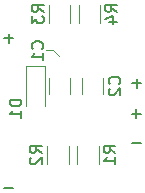
<source format=gbr>
%TF.GenerationSoftware,KiCad,Pcbnew,(5.1.8)-1*%
%TF.CreationDate,2021-01-16T14:03:11-05:00*%
%TF.ProjectId,electronics-li-ion-charger,656c6563-7472-46f6-9e69-63732d6c692d,rev?*%
%TF.SameCoordinates,Original*%
%TF.FileFunction,Legend,Bot*%
%TF.FilePolarity,Positive*%
%FSLAX46Y46*%
G04 Gerber Fmt 4.6, Leading zero omitted, Abs format (unit mm)*
G04 Created by KiCad (PCBNEW (5.1.8)-1) date 2021-01-16 14:03:11*
%MOMM*%
%LPD*%
G01*
G04 APERTURE LIST*
%ADD10C,0.150000*%
%ADD11C,0.120000*%
G04 APERTURE END LIST*
D10*
X131495752Y-107907128D02*
X130733847Y-107907128D01*
X131495752Y-95270628D02*
X130733847Y-95270628D01*
X131114800Y-95651580D02*
X131114800Y-94889676D01*
X142278052Y-104147928D02*
X141516147Y-104147928D01*
X142278052Y-101646028D02*
X141516147Y-101646028D01*
X141897100Y-102026980D02*
X141897100Y-101265076D01*
X142316152Y-99093328D02*
X141554247Y-99093328D01*
X141935200Y-99474280D02*
X141935200Y-98712376D01*
D11*
X134861300Y-96291400D02*
X135343900Y-96748600D01*
X134277100Y-96291400D02*
X134861300Y-96291400D01*
%TO.C,D1*%
X134150000Y-97641000D02*
X134150000Y-101041000D01*
X132550000Y-97641000D02*
X134150000Y-97641000D01*
X132550000Y-101041000D02*
X132550000Y-97641000D01*
%TO.C,R4*%
X137012000Y-92490936D02*
X137012000Y-93945064D01*
X138832000Y-92490936D02*
X138832000Y-93945064D01*
%TO.C,R3*%
X136292000Y-93945064D02*
X136292000Y-92490936D01*
X134472000Y-93945064D02*
X134472000Y-92490936D01*
%TO.C,R2*%
X134345000Y-104428936D02*
X134345000Y-105883064D01*
X136165000Y-104428936D02*
X136165000Y-105883064D01*
%TO.C,R1*%
X136885000Y-104428936D02*
X136885000Y-105883064D01*
X138705000Y-104428936D02*
X138705000Y-105883064D01*
%TO.C,C2*%
X137266000Y-98602748D02*
X137266000Y-100025252D01*
X139086000Y-98602748D02*
X139086000Y-100025252D01*
%TO.C,C1*%
X136292000Y-98602748D02*
X136292000Y-100025252D01*
X134472000Y-98602748D02*
X134472000Y-100025252D01*
%TO.C,D1*%
D10*
X132176780Y-100468204D02*
X131176780Y-100468204D01*
X131176780Y-100706300D01*
X131224400Y-100849157D01*
X131319638Y-100944395D01*
X131414876Y-100992014D01*
X131605352Y-101039633D01*
X131748209Y-101039633D01*
X131938685Y-100992014D01*
X132033923Y-100944395D01*
X132129161Y-100849157D01*
X132176780Y-100706300D01*
X132176780Y-100468204D01*
X132176780Y-101992014D02*
X132176780Y-101420585D01*
X132176780Y-101706300D02*
X131176780Y-101706300D01*
X131319638Y-101611061D01*
X131414876Y-101515823D01*
X131462495Y-101420585D01*
%TO.C,R4*%
X140279380Y-93038633D02*
X139803190Y-92705300D01*
X140279380Y-92467204D02*
X139279380Y-92467204D01*
X139279380Y-92848157D01*
X139327000Y-92943395D01*
X139374619Y-92991014D01*
X139469857Y-93038633D01*
X139612714Y-93038633D01*
X139707952Y-92991014D01*
X139755571Y-92943395D01*
X139803190Y-92848157D01*
X139803190Y-92467204D01*
X139612714Y-93895776D02*
X140279380Y-93895776D01*
X139231761Y-93657680D02*
X139946047Y-93419585D01*
X139946047Y-94038633D01*
%TO.C,R3*%
X134056380Y-93051333D02*
X133580190Y-92718000D01*
X134056380Y-92479904D02*
X133056380Y-92479904D01*
X133056380Y-92860857D01*
X133104000Y-92956095D01*
X133151619Y-93003714D01*
X133246857Y-93051333D01*
X133389714Y-93051333D01*
X133484952Y-93003714D01*
X133532571Y-92956095D01*
X133580190Y-92860857D01*
X133580190Y-92479904D01*
X133056380Y-93384666D02*
X133056380Y-94003714D01*
X133437333Y-93670380D01*
X133437333Y-93813238D01*
X133484952Y-93908476D01*
X133532571Y-93956095D01*
X133627809Y-94003714D01*
X133865904Y-94003714D01*
X133961142Y-93956095D01*
X134008761Y-93908476D01*
X134056380Y-93813238D01*
X134056380Y-93527523D01*
X134008761Y-93432285D01*
X133961142Y-93384666D01*
%TO.C,R2*%
X133887380Y-104989333D02*
X133411190Y-104656000D01*
X133887380Y-104417904D02*
X132887380Y-104417904D01*
X132887380Y-104798857D01*
X132935000Y-104894095D01*
X132982619Y-104941714D01*
X133077857Y-104989333D01*
X133220714Y-104989333D01*
X133315952Y-104941714D01*
X133363571Y-104894095D01*
X133411190Y-104798857D01*
X133411190Y-104417904D01*
X132982619Y-105370285D02*
X132935000Y-105417904D01*
X132887380Y-105513142D01*
X132887380Y-105751238D01*
X132935000Y-105846476D01*
X132982619Y-105894095D01*
X133077857Y-105941714D01*
X133173095Y-105941714D01*
X133315952Y-105894095D01*
X133887380Y-105322666D01*
X133887380Y-105941714D01*
%TO.C,R1*%
X140139680Y-104976633D02*
X139663490Y-104643300D01*
X140139680Y-104405204D02*
X139139680Y-104405204D01*
X139139680Y-104786157D01*
X139187300Y-104881395D01*
X139234919Y-104929014D01*
X139330157Y-104976633D01*
X139473014Y-104976633D01*
X139568252Y-104929014D01*
X139615871Y-104881395D01*
X139663490Y-104786157D01*
X139663490Y-104405204D01*
X140139680Y-105929014D02*
X140139680Y-105357585D01*
X140139680Y-105643300D02*
X139139680Y-105643300D01*
X139282538Y-105548061D01*
X139377776Y-105452823D01*
X139425395Y-105357585D01*
%TO.C,C2*%
X140463542Y-99147333D02*
X140511161Y-99099714D01*
X140558780Y-98956857D01*
X140558780Y-98861619D01*
X140511161Y-98718761D01*
X140415923Y-98623523D01*
X140320685Y-98575904D01*
X140130209Y-98528285D01*
X139987352Y-98528285D01*
X139796876Y-98575904D01*
X139701638Y-98623523D01*
X139606400Y-98718761D01*
X139558780Y-98861619D01*
X139558780Y-98956857D01*
X139606400Y-99099714D01*
X139654019Y-99147333D01*
X139654019Y-99528285D02*
X139606400Y-99575904D01*
X139558780Y-99671142D01*
X139558780Y-99909238D01*
X139606400Y-100004476D01*
X139654019Y-100052095D01*
X139749257Y-100099714D01*
X139844495Y-100099714D01*
X139987352Y-100052095D01*
X140558780Y-99480666D01*
X140558780Y-100099714D01*
%TO.C,C1*%
X133948442Y-96162833D02*
X133996061Y-96115214D01*
X134043680Y-95972357D01*
X134043680Y-95877119D01*
X133996061Y-95734261D01*
X133900823Y-95639023D01*
X133805585Y-95591404D01*
X133615109Y-95543785D01*
X133472252Y-95543785D01*
X133281776Y-95591404D01*
X133186538Y-95639023D01*
X133091300Y-95734261D01*
X133043680Y-95877119D01*
X133043680Y-95972357D01*
X133091300Y-96115214D01*
X133138919Y-96162833D01*
X134043680Y-97115214D02*
X134043680Y-96543785D01*
X134043680Y-96829500D02*
X133043680Y-96829500D01*
X133186538Y-96734261D01*
X133281776Y-96639023D01*
X133329395Y-96543785D01*
%TD*%
M02*

</source>
